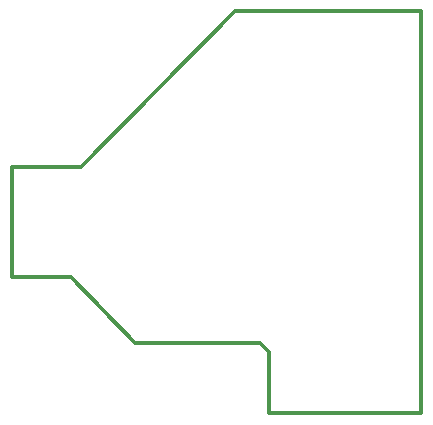
<source format=gtp>
G75*
G70*
%OFA0B0*%
%FSLAX24Y24*%
%IPPOS*%
%LPD*%
%AMOC8*
5,1,8,0,0,1.08239X$1,22.5*
%
%ADD10C,0.0120*%
D10*
X004410Y002560D02*
X002260Y004760D01*
X000310Y004760D01*
X000310Y008396D01*
X002610Y008396D01*
X007746Y013596D01*
X013952Y013596D01*
X013952Y000210D01*
X008860Y000210D01*
X008860Y002260D01*
X008560Y002560D01*
X004410Y002560D01*
M02*

</source>
